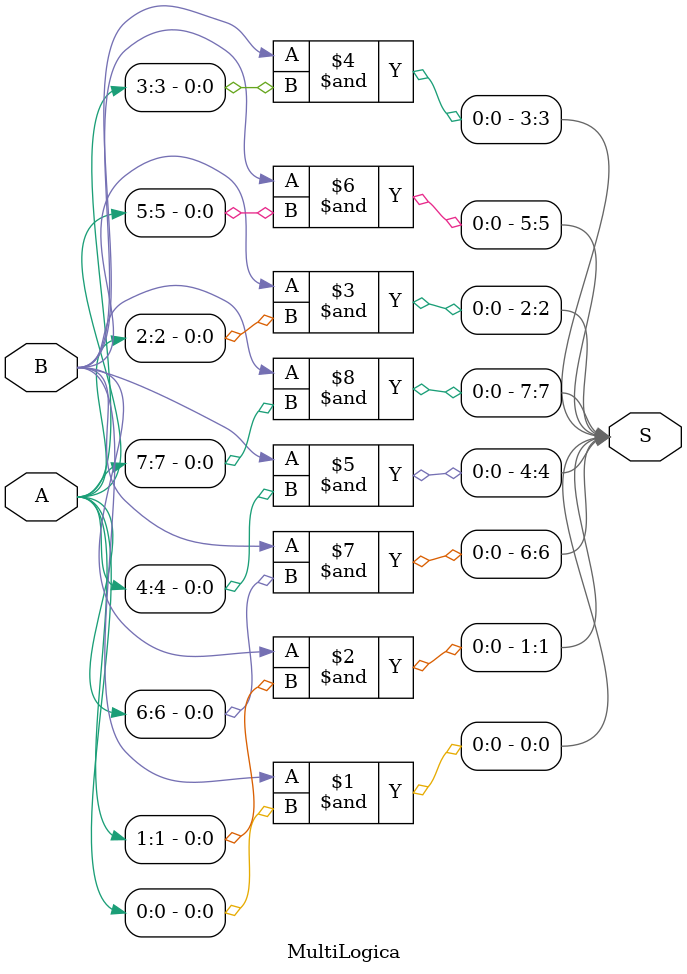
<source format=v>
module MultiLogica(S, A, B);
	
	input [7:0]A;
	input B;
	output [7:0]S;
	
	and(S[0], B, A[0]);
	and(S[1], B, A[1]);
	and(S[2], B, A[2]);
	and(S[3], B, A[3]);
	and(S[4], B, A[4]);
	and(S[5], B, A[5]);
	and(S[6], B, A[6]);
	and(S[7], B, A[7]);

endmodule
</source>
